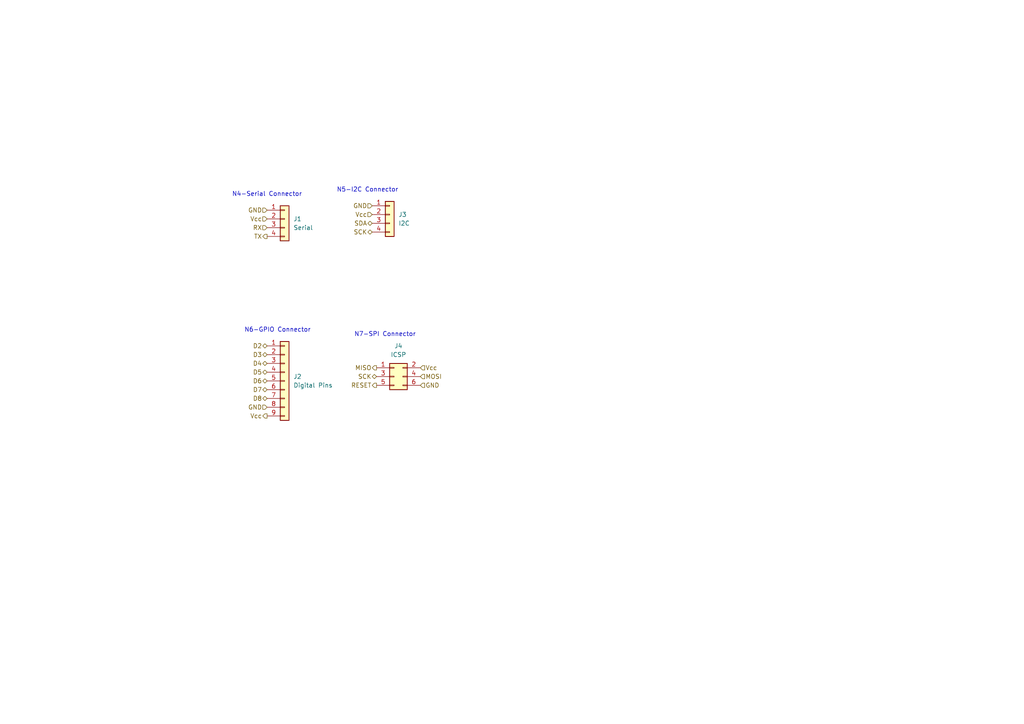
<source format=kicad_sch>
(kicad_sch (version 20211123) (generator eeschema)
  (paper "A4")
  (title_block (title "Battery Powered Arudino Clone with clock and Extended EEPROM") (date "2022-06-04") (rev "1") (comment 1 "Designed by Yogesh"))
  (lib_symbols
    (symbol "Connector_Generic:Conn_01x04" (pin_names (offset 1.016) hide)
      (property "Reference" "J" (at 0 5.08 0))
      (property "Value" "Conn_01x04" (at 0 -7.62 0))
      (symbol "Conn_01x04_1_1"
        (rectangle (start -1.27 -4.953) (end 0 -5.207) (stroke (width 0.1524)))
        (rectangle (start -1.27 -2.413) (end 0 -2.667) (stroke (width 0.1524)))
        (rectangle (start -1.27 0.127) (end 0 -0.127) (stroke (width 0.1524)))
        (rectangle (start -1.27 2.667) (end 0 2.413) (stroke (width 0.1524)))
        (rectangle (start -1.27 3.81) (end 1.27 -6.35) (stroke (width 0.254)) (fill (type background)))
        (pin passive line (at -5.08 2.54 0) (length 3.81) (name "Pin_1") (number "1"))
        (pin passive line (at -5.08 0 0) (length 3.81) (name "Pin_2") (number "2"))
        (pin passive line (at -5.08 -2.54 0) (length 3.81) (name "Pin_3") (number "3"))
        (pin passive line (at -5.08 -5.08 0) (length 3.81) (name "Pin_4") (number "4"))
      )
    )
    (symbol "Connector_Generic:Conn_01x09" (pin_names (offset 1.016) hide)
      (property "Reference" "J" (at 0 12.7 0))
      (property "Value" "Conn_01x09" (at 0 -12.7 0))
      (symbol "Conn_01x09_1_1"
        (rectangle (start -1.27 -10.033) (end 0 -10.287) (stroke (width 0.1524)))
        (rectangle (start -1.27 -7.493) (end 0 -7.747) (stroke (width 0.1524)))
        (rectangle (start -1.27 -4.953) (end 0 -5.207) (stroke (width 0.1524)))
        (rectangle (start -1.27 -2.413) (end 0 -2.667) (stroke (width 0.1524)))
        (rectangle (start -1.27 0.127) (end 0 -0.127) (stroke (width 0.1524)))
        (rectangle (start -1.27 2.667) (end 0 2.413) (stroke (width 0.1524)))
        (rectangle (start -1.27 5.207) (end 0 4.953) (stroke (width 0.1524)))
        (rectangle (start -1.27 7.747) (end 0 7.493) (stroke (width 0.1524)))
        (rectangle (start -1.27 10.287) (end 0 10.033) (stroke (width 0.1524)))
        (rectangle (start -1.27 11.43) (end 1.27 -11.43) (stroke (width 0.254)) (fill (type background)))
        (pin passive line (at -5.08 10.16 0) (length 3.81) (name "Pin_1") (number "1"))
        (pin passive line (at -5.08 7.62 0) (length 3.81) (name "Pin_2") (number "2"))
        (pin passive line (at -5.08 5.08 0) (length 3.81) (name "Pin_3") (number "3"))
        (pin passive line (at -5.08 2.54 0) (length 3.81) (name "Pin_4") (number "4"))
        (pin passive line (at -5.08 0 0) (length 3.81) (name "Pin_5") (number "5"))
        (pin passive line (at -5.08 -2.54 0) (length 3.81) (name "Pin_6") (number "6"))
        (pin passive line (at -5.08 -5.08 0) (length 3.81) (name "Pin_7") (number "7"))
        (pin passive line (at -5.08 -7.62 0) (length 3.81) (name "Pin_8") (number "8"))
        (pin passive line (at -5.08 -10.16 0) (length 3.81) (name "Pin_9") (number "9"))
      )
    )
    (symbol "Connector_Generic:Conn_02x03_Odd_Even" (pin_names (offset 1.016) hide)
      (property "Reference" "J" (at 1.27 5.08 0))
      (property "Value" "Conn_02x03_Odd_Even" (at 1.27 -5.08 0))
      (symbol "Conn_02x03_Odd_Even_1_1"
        (rectangle (start -1.27 -2.413) (end 0 -2.667) (stroke (width 0.1524)))
        (rectangle (start -1.27 0.127) (end 0 -0.127) (stroke (width 0.1524)))
        (rectangle (start -1.27 2.667) (end 0 2.413) (stroke (width 0.1524)))
        (rectangle (start -1.27 3.81) (end 3.81 -3.81) (stroke (width 0.254)) (fill (type background)))
        (rectangle (start 3.81 -2.413) (end 2.54 -2.667) (stroke (width 0.1524)))
        (rectangle (start 3.81 0.127) (end 2.54 -0.127) (stroke (width 0.1524)))
        (rectangle (start 3.81 2.667) (end 2.54 2.413) (stroke (width 0.1524)))
        (pin passive line (at -5.08 2.54 0) (length 3.81) (name "Pin_1") (number "1"))
        (pin passive line (at 7.62 2.54 180) (length 3.81) (name "Pin_2") (number "2"))
        (pin passive line (at -5.08 0 0) (length 3.81) (name "Pin_3") (number "3"))
        (pin passive line (at 7.62 0 180) (length 3.81) (name "Pin_4") (number "4"))
        (pin passive line (at -5.08 -2.54 0) (length 3.81) (name "Pin_5") (number "5"))
        (pin passive line (at 7.62 -2.54 180) (length 3.81) (name "Pin_6") (number "6"))
      )
    )
  )
  (text "N4-Serial Connector" (at 87.63 57.15 180) (effects (font (size 1.27 1.27)) (justify right bottom)))
  (text "N6-GPIO Connector" (at 90.17 96.52 180) (effects (font (size 1.27 1.27)) (justify right bottom)))
  (text "N5-I2C Connector\n" (at 115.57 55.88 180) (effects (font (size 1.27 1.27)) (justify right bottom)))
  (text "N7-SPI Connector\n" (at 120.65 97.79 180) (effects (font (size 1.27 1.27)) (justify right bottom)))
  (hierarchical_label "TX" (shape output) (at 77.47 68.58 180))
  (hierarchical_label "Vcc" (shape input) (at 77.47 63.5 180))
  (hierarchical_label "RX" (shape input) (at 77.47 66.04 180))
  (hierarchical_label "GND" (shape input) (at 107.95 59.69 180))
  (hierarchical_label "SCK" (shape bidirectional) (at 109.22 109.22 180))
  (hierarchical_label "MOSI" (shape input) (at 121.92 109.22 0))
  (hierarchical_label "GND" (shape input) (at 77.47 60.96 180))
  (hierarchical_label "D5" (shape bidirectional) (at 77.47 107.95 180))
  (hierarchical_label "D7" (shape bidirectional) (at 77.47 113.03 180))
  (hierarchical_label "RESET" (shape output) (at 109.22 111.76 180))
  (hierarchical_label "GND" (shape input) (at 77.47 118.11 180))
  (hierarchical_label "Vcc" (shape output) (at 77.47 120.65 180))
  (hierarchical_label "D3" (shape bidirectional) (at 77.47 102.87 180))
  (hierarchical_label "GND" (shape input) (at 121.92 111.76 0))
  (hierarchical_label "Vcc" (shape input) (at 107.95 62.23 180))
  (hierarchical_label "SCK" (shape bidirectional) (at 107.95 67.31 180))
  (hierarchical_label "D2" (shape bidirectional) (at 77.47 100.33 180))
  (hierarchical_label "D4" (shape bidirectional) (at 77.47 105.41 180))
  (hierarchical_label "MISO" (shape output) (at 109.22 106.68 180))
  (hierarchical_label "D8" (shape bidirectional) (at 77.47 115.57 180))
  (hierarchical_label "SDA" (shape bidirectional) (at 107.95 64.77 180))
  (hierarchical_label "Vcc" (shape input) (at 121.92 106.68 0))
  (hierarchical_label "D6" (shape bidirectional) (at 77.47 110.49 180))
  (symbol (lib_id "Connector_Generic:Conn_01x04") (at 82.55 63.5 0) (unit 1)
    (property "Reference" "J1" (at 85.09 63.4999 0) (effects (justify left)))
    (property "Value" "Serial" (at 85.09 66.0399 0) (effects (justify left)))
    (property "Footprint" "Connector_PinSocket_2.54mm:PinSocket_1x04_P2.54mm_Vertical" (effects hide))
  )
  (symbol (lib_id "Connector_Generic:Conn_01x04") (at 113.03 62.23 0) (unit 1)
    (property "Reference" "J3" (at 115.57 62.2299 0) (effects (justify left)))
    (property "Value" "I2C" (at 115.57 64.7699 0) (effects (justify left)))
    (property "Footprint" "Connector_PinSocket_2.54mm:PinSocket_1x04_P2.54mm_Vertical" (effects hide))
  )
  (symbol (lib_id "Connector_Generic:Conn_02x03_Odd_Even") (at 114.3 109.22 0) (unit 1)
    (property "Reference" "J4" (at 115.57 100.33 0))
    (property "Value" "ICSP" (at 115.57 102.87 0))
    (property "Footprint" "Connector_PinSocket_2.54mm:PinSocket_2x03_P2.54mm_Vertical" (effects hide))
  )
  (symbol (lib_id "Connector_Generic:Conn_01x09") (at 82.55 110.49 0) (unit 1)
    (property "Reference" "J2" (at 85.09 109.2199 0) (effects (justify left)))
    (property "Value" "Digital Pins" (at 85.09 111.7599 0) (effects (justify left)))
    (property "Footprint" "Connector_PinSocket_2.54mm:PinSocket_1x09_P2.54mm_Vertical" (effects hide))
  )
)
</source>
